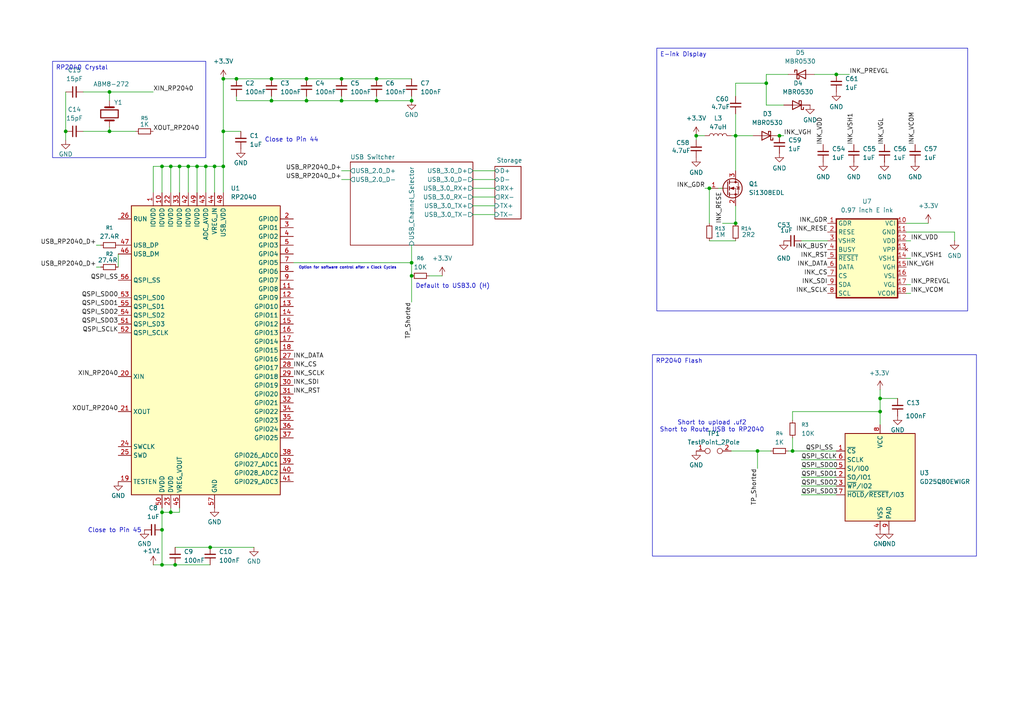
<source format=kicad_sch>
(kicad_sch (version 20250114) (generator "eeschema") (generator_version "9.0")
  (paper "A4")
  (title_block (title "E-ink USB3.0 Stick"))
  (lib_symbols
    (symbol "Connector:TestPoint_2Pole" (pin_names (offset 0.762) (hide yes))
      (property "Reference" "TP" (at 0 1.524 0))
      (property "Value" "TestPoint_2Pole" (at 0 -1.778 0))
      (symbol "TestPoint_2Pole_0_1"
        (circle (center -1.778 0) (radius 0.762))
        (circle (center 1.778 0) (radius 0.762))
        (pin passive line (at -5.08 0 0) (length 2.54) (name "1") (number "1"))
        (pin passive line (at 5.08 0 180) (length 2.54) (name "2") (number "2"))
      )
    )
    (symbol "Device:C_Small" (pin_numbers (hide yes)) (pin_names (offset 0.254) (hide yes))
      (property "Reference" "C" (at 0.254 1.778 0))
      (property "Value" "C_Small" (at 0.254 -2.032 0))
      (symbol "C_Small_0_1"
        (polyline (pts (xy -1.524 0.508) (xy 1.524 0.508)) (stroke (width 0.3048)))
        (polyline (pts (xy -1.524 -0.508) (xy 1.524 -0.508)) (stroke (width 0.3302)))
      )
      (symbol "C_Small_1_1"
        (pin passive line (at 0 2.54 270) (length 2.032) (name "~") (number "1"))
        (pin passive line (at 0 -2.54 90) (length 2.032) (name "~") (number "2"))
      )
    )
    (symbol "Device:Crystal" (pin_numbers (hide yes)) (pin_names (offset 1.016) (hide yes))
      (property "Reference" "Y" (at 0 3.81 0))
      (property "Value" "Crystal" (at 0 -3.81 0))
      (symbol "Crystal_0_1"
        (polyline (pts (xy -2.54 0) (xy -1.905 0)))
        (polyline (pts (xy -1.905 -1.27) (xy -1.905 1.27)) (stroke (width 0.508)))
        (rectangle (start -1.143 2.54) (end 1.143 -2.54) (stroke (width 0.3048)))
        (polyline (pts (xy 1.905 -1.27) (xy 1.905 1.27)) (stroke (width 0.508)))
        (polyline (pts (xy 2.54 0) (xy 1.905 0)))
      )
      (symbol "Crystal_1_1"
        (pin passive line (at -3.81 0 0) (length 1.27) (name "1") (number "1"))
        (pin passive line (at 3.81 0 180) (length 1.27) (name "2") (number "2"))
      )
    )
    (symbol "Device:L" (pin_numbers (hide yes)) (pin_names (offset 1.016) (hide yes))
      (property "Reference" "L" (at -1.27 0 90))
      (property "Value" "L" (at 1.905 0 90))
      (symbol "L_0_1"
        (arc (start 0 2.54) (mid 0.6323 1.905) (end 0 1.27))
        (arc (start 0 1.27) (mid 0.6323 0.635) (end 0 0))
        (arc (start 0 0) (mid 0.6323 -0.635) (end 0 -1.27))
        (arc (start 0 -1.27) (mid 0.6323 -1.905) (end 0 -2.54))
      )
      (symbol "L_1_1"
        (pin passive line (at 0 3.81 270) (length 1.27) (name "1") (number "1"))
        (pin passive line (at 0 -3.81 90) (length 1.27) (name "2") (number "2"))
      )
    )
    (symbol "Device:R_Small" (pin_numbers (hide yes)) (pin_names (offset 0.254) (hide yes))
      (property "Reference" "R" (at 0 0 90))
      (property "Value" "R_Small" (at 1.778 0 90))
      (symbol "R_Small_0_1"
        (rectangle (start -0.762 1.778) (end 0.762 -1.778) (stroke (width 0.2032)))
      )
      (symbol "R_Small_1_1"
        (pin passive line (at 0 2.54 270) (length 0.762) (name "~") (number "1"))
        (pin passive line (at 0 -2.54 90) (length 0.762) (name "~") (number "2"))
      )
    )
    (symbol "Diode:MBR0530" (pin_numbers (hide yes)) (pin_names (offset 1.016) (hide yes))
      (property "Reference" "D" (at 0 2.54 0))
      (property "Value" "MBR0530" (at 0 -2.54 0))
      (symbol "MBR0530_0_1"
        (polyline (pts (xy -1.905 0.635) (xy -1.905 1.27) (xy -1.27 1.27) (xy -1.27 -1.27) (xy -0.635 -1.27) (xy -0.635 -0.635)) (stroke (width 0.254)))
        (polyline (pts (xy 1.27 1.27) (xy 1.27 -1.27) (xy -1.27 0) (xy 1.27 1.27)) (stroke (width 0.254)))
        (polyline (pts (xy 1.27 0) (xy -1.27 0)))
      )
      (symbol "MBR0530_1_1"
        (pin passive line (at -3.81 0 0) (length 2.54) (name "K") (number "1"))
        (pin passive line (at 3.81 0 180) (length 2.54) (name "A") (number "2"))
      )
    )
    (symbol "E-ink_USB:GDEM0097T61"
      (property "Reference" "U" (at -14.732 10.922 0))
      (property "Value" "0.97 inch E ink" (at -14.478 9.398 0))
      (symbol "GDEM0097T61_0_0"
        (rectangle (start -22.86 7.62) (end -5.08 -15.24) (stroke (width 0.41)) (fill (type background)))
      )
      (symbol "GDEM0097T61_1_1"
        (pin input line (at -25.4 6.35 0) (length 2.54) (name "GDR") (number "1"))
        (pin output line (at -25.4 3.81 0) (length 2.54) (name "RESE") (number "2"))
        (pin passive line (at -25.4 1.27 0) (length 2.54) (name "VSHR") (number "3"))
        (pin input line (at -25.4 -1.27 0) (length 2.54) (name "BUSY") (number "4"))
        (pin output line (at -25.4 -3.81 0) (length 2.54) (name "~{RESET}") (number "5"))
        (pin output line (at -25.4 -6.35 0) (length 2.54) (name "DATA") (number "6"))
        (pin output line (at -25.4 -8.89 0) (length 2.54) (name "CS") (number "7"))
        (pin bidirectional line (at -25.4 -11.43 0) (length 2.54) (name "SDA") (number "9"))
        (pin output line (at -25.4 -13.97 0) (length 2.54) (name "SCL") (number "8"))
        (pin power_in line (at -2.54 6.35 180) (length 2.54) (name "VCI") (number "10"))
        (pin power_in line (at -2.54 3.81 180) (length 2.54) (name "GND") (number "11"))
        (pin passive line (at -2.54 1.27 180) (length 2.54) (name "VDD") (number "12"))
        (pin no_connect line (at -2.54 -1.27 180) (length 2.54) (name "VPP") (number "13"))
        (pin power_in line (at -2.54 -3.81 180) (length 2.54) (name "VSH1") (number "14"))
        (pin power_in line (at -2.54 -6.35 180) (length 2.54) (name "VGH") (number "15"))
        (pin power_in line (at -2.54 -8.89 180) (length 2.54) (name "VSL") (number "16"))
        (pin power_in line (at -2.54 -11.43 180) (length 2.54) (name "VGL") (number "17"))
        (pin power_in line (at -2.54 -13.97 180) (length 2.54) (name "VCOM") (number "18"))
      )
    )
    (symbol "MCU_RaspberryPi:RP2040_AP"
      (property "Reference" "U" (at 12.446 43.18 0))
      (property "Value" "RP2040_AP" (at 14.224 45.466 0))
      (symbol "RP2040_AP_0_1"
        (rectangle (start -21.59 41.91) (end 21.59 -41.91) (stroke (width 0.254)) (fill (type background)))
      )
      (symbol "RP2040_AP_1_1"
        (pin input line (at -25.4 38.1 0) (length 3.81) (name "RUN") (number "26"))
        (pin bidirectional line (at -25.4 30.48 0) (length 3.81) (name "USB_DP") (number "47"))
        (pin bidirectional line (at -25.4 27.94 0) (length 3.81) (name "USB_DM") (number "46"))
        (pin bidirectional line (at -25.4 20.32 0) (length 3.81) (name "QSPI_SS") (number "56"))
        (pin bidirectional line (at -25.4 15.24 0) (length 3.81) (name "QSPI_SD0") (number "53"))
        (pin bidirectional line (at -25.4 12.7 0) (length 3.81) (name "QSPI_SD1") (number "55"))
        (pin bidirectional line (at -25.4 10.16 0) (length 3.81) (name "QSPI_SD2") (number "54"))
        (pin bidirectional line (at -25.4 7.62 0) (length 3.81) (name "QSPI_SD3") (number "51"))
        (pin output line (at -25.4 5.08 0) (length 3.81) (name "QSPI_SCLK") (number "52"))
        (pin input line (at -25.4 -7.62 0) (length 3.81) (name "XIN") (number "20"))
        (pin passive line (at -25.4 -17.78 0) (length 3.81) (name "XOUT") (number "21"))
        (pin input line (at -25.4 -27.94 0) (length 3.81) (name "SWCLK") (number "24"))
        (pin bidirectional line (at -25.4 -30.48 0) (length 3.81) (name "SWD") (number "25"))
        (pin input line (at -25.4 -38.1 0) (length 3.81) (name "TESTEN") (number "19"))
        (pin power_in line (at -15.24 45.72 270) (length 3.81) (name "IOVDD") (number "1"))
        (pin passive line (at -12.7 45.72 270) (length 3.81) (name "IOVDD") (number "10"))
        (pin passive line (at -12.7 -45.72 90) (length 3.81) (name "DVDD") (number "50"))
        (pin passive line (at -10.16 45.72 270) (length 3.81) (name "IOVDD") (number "22"))
        (pin power_in line (at -10.16 -45.72 90) (length 3.81) (name "DVDD") (number "23"))
        (pin passive line (at -7.62 45.72 270) (length 3.81) (name "IOVDD") (number "33"))
        (pin power_out line (at -7.62 -45.72 90) (length 3.81) (name "VREG_VOUT") (number "45"))
        (pin passive line (at -5.08 45.72 270) (length 3.81) (name "IOVDD") (number "42"))
        (pin passive line (at -2.54 45.72 270) (length 3.81) (name "IOVDD") (number "49"))
        (pin power_in line (at 0 45.72 270) (length 3.81) (name "ADC_AVDD") (number "43"))
        (pin power_in line (at 2.54 45.72 270) (length 3.81) (name "VREG_IN") (number "44"))
        (pin power_in line (at 2.54 -45.72 90) (length 3.81) (name "GND") (number "57"))
        (pin power_in line (at 5.08 45.72 270) (length 3.81) (name "USB_VDD") (number "48"))
        (pin bidirectional line (at 25.4 38.1 180) (length 3.81) (name "GPIO0") (number "2"))
        (pin bidirectional line (at 25.4 35.56 180) (length 3.81) (name "GPIO1") (number "3"))
        (pin bidirectional line (at 25.4 33.02 180) (length 3.81) (name "GPIO2") (number "4"))
        (pin bidirectional line (at 25.4 30.48 180) (length 3.81) (name "GPIO3") (number "5"))
        (pin bidirectional line (at 25.4 27.94 180) (length 3.81) (name "GPIO4") (number "6"))
        (pin bidirectional line (at 25.4 25.4 180) (length 3.81) (name "GPIO5") (number "7"))
        (pin bidirectional line (at 25.4 22.86 180) (length 3.81) (name "GPIO6") (number "8"))
        (pin bidirectional line (at 25.4 20.32 180) (length 3.81) (name "GPIO7") (number "9"))
        (pin bidirectional line (at 25.4 17.78 180) (length 3.81) (name "GPIO8") (number "11"))
        (pin bidirectional line (at 25.4 15.24 180) (length 3.81) (name "GPIO9") (number "12"))
        (pin bidirectional line (at 25.4 12.7 180) (length 3.81) (name "GPIO10") (number "13"))
        (pin bidirectional line (at 25.4 10.16 180) (length 3.81) (name "GPIO11") (number "14"))
        (pin bidirectional line (at 25.4 7.62 180) (length 3.81) (name "GPIO12") (number "15"))
        (pin bidirectional line (at 25.4 5.08 180) (length 3.81) (name "GPIO13") (number "16"))
        (pin bidirectional line (at 25.4 2.54 180) (length 3.81) (name "GPIO14") (number "17"))
        (pin bidirectional line (at 25.4 0 180) (length 3.81) (name "GPIO15") (number "18"))
        (pin bidirectional line (at 25.4 -2.54 180) (length 3.81) (name "GPIO16") (number "27"))
        (pin bidirectional line (at 25.4 -5.08 180) (length 3.81) (name "GPIO17") (number "28"))
        (pin bidirectional line (at 25.4 -7.62 180) (length 3.81) (name "GPIO18") (number "29"))
        (pin bidirectional line (at 25.4 -10.16 180) (length 3.81) (name "GPIO19") (number "30"))
        (pin bidirectional line (at 25.4 -12.7 180) (length 3.81) (name "GPIO20") (number "31"))
        (pin bidirectional line (at 25.4 -15.24 180) (length 3.81) (name "GPIO21") (number "32"))
        (pin bidirectional line (at 25.4 -17.78 180) (length 3.81) (name "GPIO22") (number "34"))
        (pin bidirectional line (at 25.4 -20.32 180) (length 3.81) (name "GPIO23") (number "35"))
        (pin bidirectional line (at 25.4 -22.86 180) (length 3.81) (name "GPIO24") (number "36"))
        (pin bidirectional line (at 25.4 -25.4 180) (length 3.81) (name "GPIO25") (number "37"))
        (pin bidirectional line (at 25.4 -30.48 180) (length 3.81) (name "GPIO26_ADC0") (number "38"))
        (pin bidirectional line (at 25.4 -33.02 180) (length 3.81) (name "GPIO27_ADC1") (number "39"))
        (pin bidirectional line (at 25.4 -35.56 180) (length 3.81) (name "GPIO28_ADC2") (number "40"))
        (pin bidirectional line (at 25.4 -38.1 180) (length 3.81) (name "GPIO29_ADC3") (number "41"))
      )
    )
    (symbol "Memory_Flash:GD25QxxxEY"
      (property "Reference" "U" (at -9.398 13.97 0))
      (property "Value" "GD25QxxxEY" (at 7.112 13.97 0))
      (symbol "GD25QxxxEY_0_1"
        (rectangle (start -10.16 12.7) (end 10.16 -12.7) (stroke (width 0.254)) (fill (type background)))
      )
      (symbol "GD25QxxxEY_1_1"
        (pin input line (at -12.7 7.62 0) (length 2.54) (name "~{CS}") (number "1"))
        (pin input line (at -12.7 5.08 0) (length 2.54) (name "SCLK") (number "6"))
        (pin bidirectional line (at -12.7 2.54 0) (length 2.54) (name "SI/IO0") (number "5"))
        (pin bidirectional line (at -12.7 0 0) (length 2.54) (name "SO/IO1") (number "2"))
        (pin bidirectional line (at -12.7 -2.54 0) (length 2.54) (name "~{WP}/IO2") (number "3"))
        (pin bidirectional line (at -12.7 -5.08 0) (length 2.54) (name "~{HOLD}/~{RESET}/IO3") (number "7"))
        (pin power_in line (at 0 15.24 270) (length 2.54) (name "VCC") (number "8"))
        (pin power_in line (at 0 -15.24 90) (length 2.54) (name "VSS") (number "4"))
        (pin passive line (at 2.54 -15.24 90) (length 2.54) (name "PAD") (number "9"))
      )
    )
    (symbol "Transistor_FET:Si1308EDL" (pin_names (hide yes))
      (property "Reference" "Q" (at 5.08 1.905 0))
      (property "Value" "Si1308EDL" (at 5.08 0 0))
      (symbol "Si1308EDL_0_1"
        (polyline (pts (xy 0.254 1.905) (xy 0.254 -1.905)) (stroke (width 0.254)))
        (polyline (pts (xy 0.254 0) (xy -2.54 0)))
        (polyline (pts (xy 0.762 2.286) (xy 0.762 1.27)) (stroke (width 0.254)))
        (polyline (pts (xy 0.762 0.508) (xy 0.762 -0.508)) (stroke (width 0.254)))
        (polyline (pts (xy 0.762 -1.27) (xy 0.762 -2.286)) (stroke (width 0.254)))
        (polyline (pts (xy 0.762 -1.778) (xy 3.302 -1.778) (xy 3.302 1.778) (xy 0.762 1.778)))
        (polyline (pts (xy 1.016 0) (xy 2.032 0.381) (xy 2.032 -0.381) (xy 1.016 0)) (fill (type outline)))
        (circle (center 1.651 0) (radius 2.794) (stroke (width 0.254)))
        (polyline (pts (xy 2.54 2.54) (xy 2.54 1.778)))
        (circle (center 2.54 1.778) (radius 0.254) (fill (type outline)))
        (circle (center 2.54 -1.778) (radius 0.254) (fill (type outline)))
        (polyline (pts (xy 2.54 -2.54) (xy 2.54 0) (xy 0.762 0)))
        (polyline (pts (xy 2.794 0.508) (xy 2.921 0.381) (xy 3.683 0.381) (xy 3.81 0.254)))
        (polyline (pts (xy 3.302 0.381) (xy 2.921 -0.254) (xy 3.683 -0.254) (xy 3.302 0.381)))
      )
      (symbol "Si1308EDL_1_1"
        (pin input line (at -5.08 0 0) (length 2.54) (name "G") (number "1"))
        (pin passive line (at 2.54 5.08 270) (length 2.54) (name "D") (number "3"))
        (pin passive line (at 2.54 -5.08 90) (length 2.54) (name "S") (number "2"))
      )
    )
    (symbol "power:+1V1" (power) (pin_numbers (hide yes)) (pin_names (offset 0) (hide yes))
      (property "Value" "+1V1" (at 0 3.556 0))
      (symbol "+1V1_0_1"
        (polyline (pts (xy -0.762 1.27) (xy 0 2.54)))
        (polyline (pts (xy 0 2.54) (xy 0.762 1.27)))
        (polyline (pts (xy 0 0) (xy 0 2.54)))
      )
      (symbol "+1V1_1_1"
        (pin power_in line (at 0 0 90) (length 0) (name "~") (number "1"))
      )
    )
    (symbol "power:+3.3V" (power) (pin_numbers (hide yes)) (pin_names (offset 0) (hide yes))
      (property "Value" "+3.3V" (at 0 3.556 0))
      (symbol "+3.3V_0_1"
        (polyline (pts (xy -0.762 1.27) (xy 0 2.54)))
        (polyline (pts (xy 0 2.54) (xy 0.762 1.27)))
        (polyline (pts (xy 0 0) (xy 0 2.54)))
      )
      (symbol "+3.3V_1_1"
        (pin power_in line (at 0 0 90) (length 0) (name "~") (number "1"))
      )
    )
    (symbol "power:GND" (power) (pin_numbers (hide yes)) (pin_names (offset 0) (hide yes))
      (property "Value" "GND" (at 0 -3.81 0))
      (symbol "GND_0_1"
        (polyline (pts (xy 0 0) (xy 0 -1.27) (xy 1.27 -1.27) (xy 0 -2.54) (xy -1.27 -1.27) (xy 0 -1.27)))
      )
      (symbol "GND_1_1"
        (pin power_in line (at 0 0 270) (length 0) (name "~") (number "1"))
      )
    )
  )
  (text "Short to upload .uf2\nShort to Route USB to RP2040\n" (at 206.502 123.698 0) (effects (font (size 1.27 1.27))))
  (text "Default to USB3.0 (H)\n" (at 131.318 83.058 0) (effects (font (size 1.27 1.27))))
  (text "Option for software control after x Clock Cycles" (at 100.838 77.724 0) (effects (font (size 0.762 0.762))))
  (text "Close to Pin 44\n" (at 84.582 40.64 0) (effects (font (size 1.27 1.27))))
  (text "Close to Pin 45\n" (at 33.274 153.924 0) (effects (font (size 1.27 1.27))))
  (text_box "RP2040 Crystal" (at 15.24 17.78 0) (size 44.45 27.94) (margins 0.9525 0.9525 0.9525 0.9525) (effects (font (size 1.27 1.27)) (justify left top)))
  (text_box "E-ink Display" (at 190.5 13.97 0) (size 90.17 76.2) (margins 0.9525 0.9525 0.9525 0.9525) (effects (font (size 1.27 1.27)) (justify left top)))
  (text_box "RP2040 Flash\n" (at 189.23 102.87 0) (size 93.98 58.42) (margins 0.9525 0.9525 0.9525 0.9525) (effects (font (size 1.27 1.27)) (justify left top)))
  (junction (at 205.74 54.61))
  (junction (at 219.71 130.81))
  (junction (at 68.58 22.86))
  (junction (at 99.06 22.86))
  (junction (at 242.57 21.59))
  (junction (at 50.8 163.83))
  (junction (at 64.77 48.26))
  (junction (at 62.23 48.26))
  (junction (at 31.75 26.67))
  (junction (at 52.07 48.26))
  (junction (at 109.22 29.21))
  (junction (at 78.74 22.86))
  (junction (at 213.36 39.37))
  (junction (at 109.22 22.86))
  (junction (at 46.99 148.59))
  (junction (at 201.93 39.37))
  (junction (at 88.9 29.21))
  (junction (at 54.61 48.26))
  (junction (at 46.99 48.26))
  (junction (at 49.53 148.59))
  (junction (at 255.27 119.38))
  (junction (at 46.99 163.83))
  (junction (at 60.96 158.75))
  (junction (at 57.15 48.26))
  (junction (at 255.27 115.57))
  (junction (at 226.06 39.37))
  (junction (at 19.05 38.1))
  (junction (at 49.53 48.26))
  (junction (at 59.69 48.26))
  (junction (at 222.25 24.13))
  (junction (at 88.9 22.86))
  (junction (at 119.38 29.21))
  (junction (at 119.38 76.2))
  (junction (at 64.77 38.1))
  (junction (at 229.87 130.81))
  (junction (at 213.36 64.77))
  (junction (at 99.06 29.21))
  (junction (at 46.99 153.67))
  (junction (at 78.74 29.21))
  (junction (at 31.75 38.1))
  (junction (at 64.77 22.86))
  (junction (at 119.38 80.01))
  (wire (pts (xy 119.38 76.2) (xy 119.38 80.01)))
  (wire (pts (xy 46.99 147.32) (xy 46.99 148.59)))
  (wire (pts (xy 44.45 48.26) (xy 46.99 48.26)))
  (wire (pts (xy 64.77 22.86) (xy 64.77 38.1)))
  (wire (pts (xy 24.13 26.67) (xy 31.75 26.67)))
  (wire (pts (xy 228.6 21.59) (xy 222.25 21.59)))
  (wire (pts (xy 119.38 80.01) (xy 119.38 87.63)))
  (wire (pts (xy 262.89 67.31) (xy 276.86 67.31)))
  (wire (pts (xy 227.33 39.37) (xy 226.06 39.37)))
  (wire (pts (xy 78.74 29.21) (xy 78.74 27.94)))
  (wire (pts (xy 232.41 135.89) (xy 242.57 135.89)))
  (wire (pts (xy 99.06 29.21) (xy 88.9 29.21)))
  (wire (pts (xy 52.07 48.26) (xy 54.61 48.26)))
  (wire (pts (xy 64.77 48.26) (xy 64.77 55.88)))
  (wire (pts (xy 88.9 29.21) (xy 78.74 29.21)))
  (wire (pts (xy 44.45 55.88) (xy 44.45 48.26)))
  (wire (pts (xy 49.53 48.26) (xy 49.53 55.88)))
  (wire (pts (xy 219.71 130.81) (xy 223.52 130.81)))
  (wire (pts (xy 31.75 36.83) (xy 31.75 38.1)))
  (wire (pts (xy 24.13 38.1) (xy 31.75 38.1)))
  (wire (pts (xy 99.06 52.07) (xy 101.6 52.07)))
  (wire (pts (xy 276.86 67.31) (xy 276.86 69.85)))
  (wire (pts (xy 242.57 21.59) (xy 246.38 21.59)))
  (wire (pts (xy 46.99 163.83) (xy 50.8 163.83)))
  (wire (pts (xy 46.99 148.59) (xy 49.53 148.59)))
  (wire (pts (xy 219.71 130.81) (xy 219.71 135.89)))
  (wire (pts (xy 46.99 48.26) (xy 49.53 48.26)))
  (wire (pts (xy 78.74 29.21) (xy 68.58 29.21)))
  (wire (pts (xy 52.07 148.59) (xy 49.53 148.59)))
  (wire (pts (xy 255.27 115.57) (xy 255.27 119.38)))
  (wire (pts (xy 137.16 54.61) (xy 143.51 54.61)))
  (wire (pts (xy 50.8 158.75) (xy 60.96 158.75)))
  (wire (pts (xy 213.36 33.02) (xy 213.36 39.37)))
  (wire (pts (xy 109.22 29.21) (xy 109.22 27.94)))
  (wire (pts (xy 31.75 26.67) (xy 44.45 26.67)))
  (wire (pts (xy 44.45 163.83) (xy 46.99 163.83)))
  (wire (pts (xy 46.99 48.26) (xy 46.99 55.88)))
  (wire (pts (xy 229.87 130.81) (xy 242.57 130.81)))
  (wire (pts (xy 212.09 130.81) (xy 219.71 130.81)))
  (wire (pts (xy 205.74 69.85) (xy 213.36 69.85)))
  (wire (pts (xy 137.16 62.23) (xy 143.51 62.23)))
  (wire (pts (xy 34.29 73.66) (xy 34.29 77.47)))
  (wire (pts (xy 46.99 153.67) (xy 46.99 163.83)))
  (wire (pts (xy 31.75 26.67) (xy 31.75 29.21)))
  (wire (pts (xy 137.16 57.15) (xy 143.51 57.15)))
  (wire (pts (xy 119.38 71.12) (xy 119.38 76.2)))
  (wire (pts (xy 222.25 30.48) (xy 227.33 30.48)))
  (wire (pts (xy 137.16 49.53) (xy 143.51 49.53)))
  (wire (pts (xy 232.41 133.35) (xy 242.57 133.35)))
  (wire (pts (xy 49.53 148.59) (xy 49.53 147.32)))
  (wire (pts (xy 64.77 22.86) (xy 68.58 22.86)))
  (wire (pts (xy 99.06 29.21) (xy 99.06 27.94)))
  (wire (pts (xy 54.61 48.26) (xy 57.15 48.26)))
  (wire (pts (xy 52.07 48.26) (xy 52.07 55.88)))
  (wire (pts (xy 204.47 54.61) (xy 205.74 54.61)))
  (wire (pts (xy 269.24 64.77) (xy 262.89 64.77)))
  (wire (pts (xy 205.74 54.61) (xy 209.55 54.61)))
  (wire (pts (xy 213.36 27.94) (xy 213.36 24.13)))
  (wire (pts (xy 137.16 59.69) (xy 143.51 59.69)))
  (wire (pts (xy 50.8 163.83) (xy 60.96 163.83)))
  (wire (pts (xy 232.41 140.97) (xy 242.57 140.97)))
  (wire (pts (xy 19.05 40.64) (xy 19.05 38.1)))
  (wire (pts (xy 205.74 64.77) (xy 205.74 54.61)))
  (wire (pts (xy 236.22 21.59) (xy 242.57 21.59)))
  (wire (pts (xy 46.99 148.59) (xy 46.99 153.67)))
  (wire (pts (xy 62.23 48.26) (xy 62.23 55.88)))
  (wire (pts (xy 57.15 48.26) (xy 59.69 48.26)))
  (wire (pts (xy 85.09 76.2) (xy 119.38 76.2)))
  (wire (pts (xy 213.36 24.13) (xy 222.25 24.13)))
  (wire (pts (xy 64.77 38.1) (xy 64.77 48.26)))
  (wire (pts (xy 68.58 29.21) (xy 68.58 27.94)))
  (wire (pts (xy 119.38 29.21) (xy 109.22 29.21)))
  (wire (pts (xy 62.23 48.26) (xy 64.77 48.26)))
  (wire (pts (xy 255.27 119.38) (xy 255.27 123.19)))
  (wire (pts (xy 201.93 40.64) (xy 201.93 39.37)))
  (wire (pts (xy 264.16 74.93) (xy 262.89 74.93)))
  (wire (pts (xy 88.9 22.86) (xy 99.06 22.86)))
  (wire (pts (xy 88.9 29.21) (xy 88.9 27.94)))
  (wire (pts (xy 119.38 29.21) (xy 119.38 27.94)))
  (wire (pts (xy 264.16 82.55) (xy 262.89 82.55)))
  (wire (pts (xy 49.53 48.26) (xy 52.07 48.26)))
  (wire (pts (xy 232.41 138.43) (xy 242.57 138.43)))
  (wire (pts (xy 213.36 39.37) (xy 218.44 39.37)))
  (wire (pts (xy 137.16 52.07) (xy 143.51 52.07)))
  (wire (pts (xy 264.16 69.85) (xy 262.89 69.85)))
  (wire (pts (xy 109.22 22.86) (xy 119.38 22.86)))
  (wire (pts (xy 68.58 22.86) (xy 78.74 22.86)))
  (wire (pts (xy 19.05 26.67) (xy 19.05 38.1)))
  (wire (pts (xy 264.16 85.09) (xy 262.89 85.09)))
  (wire (pts (xy 222.25 21.59) (xy 222.25 24.13)))
  (wire (pts (xy 69.85 38.1) (xy 64.77 38.1)))
  (wire (pts (xy 99.06 49.53) (xy 101.6 49.53)))
  (wire (pts (xy 59.69 48.26) (xy 59.69 55.88)))
  (wire (pts (xy 255.27 113.03) (xy 255.27 115.57)))
  (wire (pts (xy 128.27 80.01) (xy 124.46 80.01)))
  (wire (pts (xy 229.87 119.38) (xy 255.27 119.38)))
  (wire (pts (xy 213.36 59.69) (xy 213.36 64.77)))
  (wire (pts (xy 57.15 48.26) (xy 57.15 55.88)))
  (wire (pts (xy 31.75 38.1) (xy 39.37 38.1)))
  (wire (pts (xy 59.69 48.26) (xy 62.23 48.26)))
  (wire (pts (xy 99.06 22.86) (xy 109.22 22.86)))
  (wire (pts (xy 209.55 64.77) (xy 213.36 64.77)))
  (wire (pts (xy 78.74 22.86) (xy 88.9 22.86)))
  (wire (pts (xy 213.36 39.37) (xy 213.36 49.53)))
  (wire (pts (xy 27.94 71.12) (xy 29.21 71.12)))
  (wire (pts (xy 212.09 39.37) (xy 213.36 39.37)))
  (wire (pts (xy 229.87 121.92) (xy 229.87 119.38)))
  (wire (pts (xy 54.61 48.26) (xy 54.61 55.88)))
  (wire (pts (xy 27.94 77.47) (xy 29.21 77.47)))
  (wire (pts (xy 232.41 69.85) (xy 240.03 69.85)))
  (wire (pts (xy 232.41 143.51) (xy 242.57 143.51)))
  (wire (pts (xy 109.22 29.21) (xy 99.06 29.21)))
  (wire (pts (xy 222.25 24.13) (xy 222.25 30.48)))
  (wire (pts (xy 255.27 115.57) (xy 260.35 115.57)))
  (wire (pts (xy 52.07 147.32) (xy 52.07 148.59)))
  (wire (pts (xy 204.47 39.37) (xy 201.93 39.37)))
  (wire (pts (xy 229.87 127) (xy 229.87 130.81)))
  (wire (pts (xy 60.96 158.75) (xy 73.66 158.75)))
  (wire (pts (xy 228.6 130.81) (xy 229.87 130.81)))
  (label "INK_VCOM" (at 265.43 41.91 90))
  (label "USB_RP2040_D+" (at 27.94 71.12 180))
  (label "INK_GDR" (at 240.03 64.77 180))
  (label "TP_Shorted" (at 119.38 87.63 270))
  (label "USB_RP2040_D+" (at 99.06 52.07 180))
  (label "QSPI_SDO2" (at 232.41 140.97 0))
  (label "QSPI_SDO1" (at 232.41 138.43 0))
  (label "INK_GDR" (at 204.47 54.61 180))
  (label "QSPI_SDO0" (at 232.41 135.89 0))
  (label "QSPI_SS" (at 34.29 81.28 180))
  (label "QSPI_SCLK" (at 232.41 133.35 0))
  (label "QSPI_SCLK" (at 34.29 96.52 180))
  (label "INK_SDI" (at 85.09 111.76 0))
  (label "INK_VCOM" (at 264.16 85.09 0))
  (label "INK_DATA" (at 240.03 77.47 180))
  (label "USB_RP2040_D+" (at 99.06 49.53 180))
  (label "INK_RST" (at 240.03 74.93 180))
  (label "INK_VDD" (at 264.16 69.85 0))
  (label "INK_RESE" (at 209.55 64.77 90))
  (label "INK_RST" (at 85.09 114.3 0))
  (label "INK_VGL" (at 256.54 41.91 90))
  (label "INK_CS" (at 240.03 80.01 180))
  (label "INK_CS" (at 85.09 106.68 0))
  (label "INK_SCLK" (at 240.03 85.09 180))
  (label "QSPI_SDO3" (at 232.41 143.51 0))
  (label "INK_RESE" (at 240.03 67.31 180))
  (label "QSPI_SDO2" (at 34.29 91.44 180))
  (label "USB_RP2040_D+" (at 27.94 77.47 180))
  (label "INK_PREVGL" (at 246.38 21.59 0))
  (label "XIN_RP2040" (at 44.45 26.67 0))
  (label "INK_VGH" (at 262.89 77.47 0))
  (label "XIN_RP2040" (at 34.29 109.22 180))
  (label "INK_VGH" (at 227.33 39.37 0))
  (label "INK_VSH1" (at 247.65 41.91 90))
  (label "QSPI_SS" (at 233.68 130.81 0))
  (label "XOUT_RP2040" (at 34.29 119.38 180))
  (label "TP_Shorted" (at 219.71 135.89 270))
  (label "QSPI_SDO0" (at 34.29 86.36 180))
  (label "INK_VDD" (at 238.76 41.91 90))
  (label "INK_VSH1" (at 264.16 74.93 0))
  (label "INK_PREVGL" (at 264.16 82.55 0))
  (label "XOUT_RP2040" (at 44.45 38.1 0))
  (label "QSPI_SDO3" (at 34.29 93.98 180))
  (label "QSPI_SDO1" (at 34.29 88.9 180))
  (label "INK_BUSY" (at 240.03 72.39 180))
  (label "INK_SDI" (at 240.03 82.55 180))
  (label "INK_DATA" (at 85.09 104.14 0))
  (label "INK_SCLK" (at 85.09 109.22 0))
  (symbol (lib_id "power:+3.3V") (at 201.93 39.37 0) (unit 1)
    (property "Reference" "#PWR072" (effects (hide yes)))
    (property "Value" "+3.3V" (at 201.93 34.29 0))
    (property "Description" "Power symbol creates a global label with name \"+3.3V\"" (effects (hide yes)))
  )
  (symbol (lib_id "Device:C_Small") (at 119.38 25.4 180) (unit 1)
    (property "Reference" "C7" (at 121.92 24.1235 0) (effects (justify right)))
    (property "Value" "100nF" (at 121.92 26.6635 0) (effects (justify right)))
    (property "Description" "Unpolarized capacitor, small symbol" (effects (hide yes)))
  )
  (symbol (lib_id "power:+1V1") (at 44.45 163.83 0) (unit 1)
    (property "Reference" "#PWR05" (effects (hide yes)))
    (property "Value" "+1V1" (at 43.942 159.766 0))
    (property "Description" "Power symbol creates a global label with name \"+1V1\"" (effects (hide yes)))
  )
  (symbol (lib_id "Device:R_Small") (at 226.06 130.81 270) (unit 1)
    (property "Reference" "R4" (at 226.06 125.73 90) (effects (font (size 1.016 1.016))))
    (property "Value" "1K" (at 226.06 128.27 90))
    (property "Description" "Resistor, small symbol" (effects (hide yes)))
  )
  (symbol (lib_id "Device:C_Small") (at 247.65 44.45 180) (unit 1)
    (property "Reference" "C55" (at 250.19 43.1735 0) (effects (justify right)))
    (property "Value" "1uF" (at 250.19 45.7135 0) (effects (justify right)))
    (property "Description" "Unpolarized capacitor, small symbol" (effects (hide yes)))
  )
  (symbol (lib_id "Device:L") (at 208.28 39.37 90) (unit 1)
    (property "Reference" "L3" (at 208.28 34.29 90))
    (property "Value" "47uH" (at 208.28 36.83 90))
    (property "Description" "Inductor" (effects (hide yes)))
  )
  (symbol (lib_id "Device:C_Small") (at 213.36 30.48 180) (unit 1)
    (property "Reference" "C60" (at 207.518 28.702 0) (effects (justify right)))
    (property "Value" "4.7uF" (at 206.248 30.988 0) (effects (justify right)))
    (property "Description" "Unpolarized capacitor, small symbol" (effects (hide yes)))
  )
  (symbol (lib_id "Connector:TestPoint_2Pole") (at 207.01 130.81 0) (unit 1)
    (property "Reference" "TP1" (at 207.01 125.73 0))
    (property "Value" "TestPoint_2Pole" (at 207.01 128.27 0))
    (property "Description" "2-polar test point" (effects (hide yes)))
  )
  (symbol (lib_id "Device:R_Small") (at 31.75 77.47 90) (unit 1)
    (property "Reference" "R2" (at 31.75 73.66 90) (effects (font (size 1.016 1.016))))
    (property "Value" "27.4R" (at 31.242 75.438 90))
    (property "Description" "Resistor, small symbol" (effects (hide yes)))
  )
  (symbol (lib_id "Device:R_Small") (at 31.75 71.12 90) (unit 1)
    (property "Reference" "R1" (at 31.75 66.04 90) (effects (font (size 1.016 1.016))))
    (property "Value" "27.4R" (at 31.75 68.58 90))
    (property "Description" "Resistor, small symbol" (effects (hide yes)))
  )
  (symbol (lib_id "power:GND") (at 238.76 46.99 0) (unit 1)
    (property "Reference" "#PWR067" (effects (hide yes)))
    (property "Value" "GND" (at 238.76 51.308 0))
    (property "Description" "Power symbol creates a global label with name \"GND\" , ground" (effects (hide yes)))
  )
  (symbol (lib_id "power:GND") (at 242.57 26.67 0) (unit 1)
    (property "Reference" "#PWR076" (effects (hide yes)))
    (property "Value" "GND" (at 242.57 30.988 0))
    (property "Description" "Power symbol creates a global label with name \"GND\" , ground" (effects (hide yes)))
  )
  (symbol (lib_id "MCU_RaspberryPi:RP2040_AP") (at 59.69 101.6 0) (unit 1)
    (property "Reference" "U1" (at 66.9133 54.61 0) (effects (justify left)))
    (property "Value" "RP2040" (at 66.9133 57.15 0) (effects (justify left)))
    (property "Datasheet" "https://datasheets.raspberrypi.com/rp2040/rp2040-datasheet.pdf" (effects (hide yes)))
    (property "Description" "A microcontroller by Raspberry Pi" (effects (hide yes)))
  )
  (symbol (lib_id "Device:C_Small") (at 226.06 41.91 180) (unit 1)
    (property "Reference" "C59" (at 228.6 40.6335 0) (effects (justify right)))
    (property "Value" "1uF" (at 228.6 43.1735 0) (effects (justify right)))
    (property "Description" "Unpolarized capacitor, small symbol" (effects (hide yes)))
  )
  (symbol (lib_id "power:GND") (at 260.35 120.65 0) (unit 1)
    (property "Reference" "#PWR015" (effects (hide yes)))
    (property "Value" "GND" (at 260.35 124.714 0))
    (property "Description" "Power symbol creates a global label with name \"GND\" , ground" (effects (hide yes)))
  )
  (symbol (lib_id "Device:C_Small") (at 109.22 25.4 180) (unit 1)
    (property "Reference" "C6" (at 111.76 24.1235 0) (effects (justify right)))
    (property "Value" "100nF" (at 111.76 26.6635 0) (effects (justify right)))
    (property "Description" "Unpolarized capacitor, small symbol" (effects (hide yes)))
  )
  (symbol (lib_id "E-ink_USB:GDEM0097T61") (at 265.43 71.12 0) (unit 1)
    (property "Reference" "U7" (at 251.46 58.42 0))
    (property "Value" "0.97 inch E ink" (at 251.46 60.96 0))
    (property "Datasheet" "https://www.good-display.com/public/html/pdfjs/viewer/viewernew.html?file=https://v4.cecdn.yun300.cn/100001_1909185148/GDEM0097T61-V1.1%20new.pdf" (effects (hide yes)))
  )
  (symbol (lib_id "Device:C_Small") (at 69.85 40.64 180) (unit 1)
    (property "Reference" "C1" (at 72.39 39.3635 0) (effects (justify right)))
    (property "Value" "1uF" (at 72.39 41.9035 0) (effects (justify right)))
    (property "Description" "Unpolarized capacitor, small symbol" (effects (hide yes)))
  )
  (symbol (lib_id "Device:C_Small") (at 78.74 25.4 180) (unit 1)
    (property "Reference" "C3" (at 81.28 24.1235 0) (effects (justify right)))
    (property "Value" "100nF" (at 81.28 26.6635 0) (effects (justify right)))
    (property "Description" "Unpolarized capacitor, small symbol" (effects (hide yes)))
  )
  (symbol (lib_id "Device:C_Small") (at 68.58 25.4 180) (unit 1)
    (property "Reference" "C2" (at 71.12 24.1235 0) (effects (justify right)))
    (property "Value" "100nF" (at 71.12 26.6635 0) (effects (justify right)))
    (property "Description" "Unpolarized capacitor, small symbol" (effects (hide yes)))
  )
  (symbol (lib_id "Device:C_Small") (at 229.87 69.85 90) (unit 1)
    (property "Reference" "C53" (at 227.33 65.278 90))
    (property "Value" "1uF" (at 228.092 66.802 90))
    (property "Description" "Unpolarized capacitor, small symbol" (effects (hide yes)))
  )
  (symbol (lib_id "Device:C_Small") (at 265.43 44.45 180) (unit 1)
    (property "Reference" "C57" (at 267.97 43.1735 0) (effects (justify right)))
    (property "Value" "1uF" (at 267.97 45.7135 0) (effects (justify right)))
    (property "Description" "Unpolarized capacitor, small symbol" (effects (hide yes)))
  )
  (symbol (lib_id "power:GND") (at 62.23 147.32 0) (unit 1)
    (property "Reference" "#PWR07" (effects (hide yes)))
    (property "Value" "GND" (at 62.23 151.384 0))
    (property "Description" "Power symbol creates a global label with name \"GND\" , ground" (effects (hide yes)))
  )
  (symbol (lib_id "Device:C_Small") (at 201.93 43.18 180) (unit 1)
    (property "Reference" "C58" (at 196.088 41.402 0) (effects (justify right)))
    (property "Value" "4.7uF" (at 194.818 43.688 0) (effects (justify right)))
    (property "Description" "Unpolarized capacitor, small symbol" (effects (hide yes)))
  )
  (symbol (lib_id "power:GND") (at 276.86 69.85 0) (unit 1)
    (property "Reference" "#PWR071" (effects (hide yes)))
    (property "Value" "GND" (at 276.86 74.168 0))
    (property "Description" "Power symbol creates a global label with name \"GND\" , ground" (effects (hide yes)))
  )
  (symbol (lib_id "Device:R_Small") (at 229.87 124.46 180) (unit 1)
    (property "Reference" "R3" (at 232.41 123.1899 0) (effects (font (size 1.016 1.016)) (justify right)))
    (property "Value" "10K" (at 232.41 125.7299 0) (effects (justify right)))
    (property "Description" "Resistor, small symbol" (effects (hide yes)))
  )
  (symbol (lib_id "power:GND") (at 69.85 43.18 0) (unit 1)
    (property "Reference" "#PWR01" (effects (hide yes)))
    (property "Value" "GND" (at 69.85 47.244 0))
    (property "Description" "Power symbol creates a global label with name \"GND\" , ground" (effects (hide yes)))
  )
  (symbol (lib_id "power:+3.3V") (at 128.27 80.01 0) (unit 1)
    (property "Reference" "#PWR023" (effects (hide yes)))
    (property "Value" "+3.3V" (at 128.27 74.93 0))
    (property "Description" "Power symbol creates a global label with name \"+3.3V\"" (effects (hide yes)))
  )
  (symbol (lib_id "Memory_Flash:GD25QxxxEY") (at 255.27 138.43 0) (unit 1)
    (property "Reference" "U3" (at 266.7 137.1599 0) (effects (justify left)))
    (property "Value" "GD25Q80EWIGR" (at 266.7 139.6999 0) (effects (justify left)))
    (property "Datasheet" "https://www.lcsc.com/datasheet/lcsc_datasheet_2201241400_GigaDevice-Semicon-Beijing-GD25Q256EYIGR_C2927043.pdf" (effects (hide yes)))
    (property "Description" "3.0V, Standard/Dual/Quad Serial Flash, WSON-8" (effects (hide yes)))
  )
  (symbol (lib_id "Diode:MBR0530") (at 231.14 30.48 180) (unit 1)
    (property "Reference" "D4" (at 231.4575 24.13 0))
    (property "Value" "MBR0530" (at 231.4575 26.67 0))
    (property "Footprint" "Diode_SMD:D_SOD-123" (effects (hide yes)))
    (property "Datasheet" "http://www.mccsemi.com/up_pdf/MBR0520~MBR0580(SOD123).pdf" (effects (hide yes)))
    (property "Description" "30V 0.5A Schottky Power Rectifier Diode, SOD-123" (effects (hide yes)))
  )
  (symbol (lib_id "power:GND") (at 201.93 45.72 0) (unit 1)
    (property "Reference" "#PWR073" (effects (hide yes)))
    (property "Value" "GND" (at 201.93 50.038 0))
    (property "Description" "Power symbol creates a global label with name \"GND\" , ground" (effects (hide yes)))
  )
  (symbol (lib_id "Device:R_Small") (at 41.91 38.1 90) (unit 1)
    (property "Reference" "R5" (at 41.91 34.29 90) (effects (font (size 1.016 1.016))))
    (property "Value" "1K" (at 41.91 36.068 90))
    (property "Description" "Resistor, small symbol" (effects (hide yes)))
  )
  (symbol (lib_id "power:GND") (at 257.81 153.67 0) (unit 1)
    (property "Reference" "#PWR018" (effects (hide yes)))
    (property "Value" "GND" (at 257.81 157.734 0))
    (property "Description" "Power symbol creates a global label with name \"GND\" , ground" (effects (hide yes)))
  )
  (symbol (lib_id "Transistor_FET:Si1308EDL") (at 210.82 54.61 0) (unit 1)
    (property "Reference" "Q1" (at 217.17 53.3399 0) (effects (justify left)))
    (property "Value" "Si1308EDL" (at 217.17 55.8799 0) (effects (justify left)))
    (property "Footprint" "Package_TO_SOT_SMD:SOT-323_SC-70" (effects (hide yes)))
    (property "Datasheet" "https://www.vishay.com/docs/63399/si1308edl.pdf" (effects (hide yes)))
    (property "Description" "30V Vds, 1.4A Id, N-Channel MOSFET, SC-70" (effects (hide yes)))
  )
  (symbol (lib_id "Device:Crystal") (at 31.75 33.02 270) (unit 1)
    (property "Reference" "Y1" (at 34.29 29.718 90))
    (property "Value" "ABM8-272" (at 32.258 24.384 90))
    (property "Description" "Two pin crystal" (effects (hide yes)))
  )
  (symbol (lib_id "Device:R_Small") (at 205.74 67.31 0) (unit 1)
    (property "Reference" "R13" (at 207.264 66.294 0) (effects (font (size 1.016 1.016)) (justify left)))
    (property "Value" "1M" (at 207.518 68.072 0) (effects (justify left)))
    (property "Description" "Resistor, small symbol" (effects (hide yes)))
  )
  (symbol (lib_id "Device:C_Small") (at 60.96 161.29 180) (unit 1)
    (property "Reference" "C10" (at 63.5 160.0135 0) (effects (justify right)))
    (property "Value" "100nF" (at 63.5 162.5535 0) (effects (justify right)))
    (property "Description" "Unpolarized capacitor, small symbol" (effects (hide yes)))
  )
  (symbol (lib_id "power:GND") (at 247.65 46.99 0) (unit 1)
    (property "Reference" "#PWR068" (effects (hide yes)))
    (property "Value" "GND" (at 247.65 51.308 0))
    (property "Description" "Power symbol creates a global label with name \"GND\" , ground" (effects (hide yes)))
  )
  (symbol (lib_id "power:GND") (at 226.06 44.45 0) (unit 1)
    (property "Reference" "#PWR074" (effects (hide yes)))
    (property "Value" "GND" (at 226.06 48.768 0))
    (property "Description" "Power symbol creates a global label with name \"GND\" , ground" (effects (hide yes)))
  )
  (symbol (lib_id "Device:R_Small") (at 121.92 80.01 90) (unit 1)
    (property "Reference" "R6" (at 121.92 74.93 90) (effects (font (size 1.016 1.016))))
    (property "Value" "10K" (at 121.92 77.47 90))
    (property "Description" "Resistor, small symbol" (effects (hide yes)))
  )
  (symbol (lib_id "power:GND") (at 201.93 130.81 0) (unit 1)
    (property "Reference" "#PWR016" (effects (hide yes)))
    (property "Value" "GND" (at 201.93 134.874 0))
    (property "Description" "Power symbol creates a global label with name \"GND\" , ground" (effects (hide yes)))
  )
  (symbol (lib_id "Device:C_Small") (at 21.59 26.67 90) (unit 1)
    (property "Reference" "C15" (at 21.5963 20.32 90))
    (property "Value" "15pF" (at 21.5963 22.86 90))
    (property "Description" "Unpolarized capacitor, small symbol" (effects (hide yes)))
  )
  (symbol (lib_id "Diode:MBR0530") (at 232.41 21.59 0) (unit 1)
    (property "Reference" "D5" (at 232.0925 15.24 0))
    (property "Value" "MBR0530" (at 232.0925 17.78 0))
    (property "Footprint" "Diode_SMD:D_SOD-123" (effects (hide yes)))
    (property "Datasheet" "http://www.mccsemi.com/up_pdf/MBR0520~MBR0580(SOD123).pdf" (effects (hide yes)))
    (property "Description" "30V 0.5A Schottky Power Rectifier Diode, SOD-123" (effects (hide yes)))
  )
  (symbol (lib_id "Diode:MBR0530") (at 222.25 39.37 180) (unit 1)
    (property "Reference" "D3" (at 222.5675 33.02 0))
    (property "Value" "MBR0530" (at 222.5675 35.56 0))
    (property "Footprint" "Diode_SMD:D_SOD-123" (effects (hide yes)))
    (property "Datasheet" "http://www.mccsemi.com/up_pdf/MBR0520~MBR0580(SOD123).pdf" (effects (hide yes)))
    (property "Description" "30V 0.5A Schottky Power Rectifier Diode, SOD-123" (effects (hide yes)))
  )
  (symbol (lib_id "power:GND") (at 119.38 29.21 0) (unit 1)
    (property "Reference" "#PWR03" (effects (hide yes)))
    (property "Value" "GND" (at 119.38 33.274 0))
    (property "Description" "Power symbol creates a global label with name \"GND\" , ground" (effects (hide yes)))
  )
  (symbol (lib_id "power:GND") (at 255.27 153.67 0) (unit 1)
    (property "Reference" "#PWR017" (effects (hide yes)))
    (property "Value" "GND" (at 255.27 157.734 0))
    (property "Description" "Power symbol creates a global label with name \"GND\" , ground" (effects (hide yes)))
  )
  (symbol (lib_id "Device:C_Small") (at 21.59 38.1 90) (unit 1)
    (property "Reference" "C14" (at 21.5963 31.75 90))
    (property "Value" "15pF" (at 21.5963 34.29 90))
    (property "Description" "Unpolarized capacitor, small symbol" (effects (hide yes)))
  )
  (symbol (lib_id "Device:C_Small") (at 242.57 24.13 180) (unit 1)
    (property "Reference" "C61" (at 245.11 22.8535 0) (effects (justify right)))
    (property "Value" "1uF" (at 245.11 25.3935 0) (effects (justify right)))
    (property "Description" "Unpolarized capacitor, small symbol" (effects (hide yes)))
  )
  (symbol (lib_id "Device:C_Small") (at 256.54 44.45 180) (unit 1)
    (property "Reference" "C56" (at 259.08 43.1735 0) (effects (justify right)))
    (property "Value" "1uF" (at 259.08 45.7135 0) (effects (justify right)))
    (property "Description" "Unpolarized capacitor, small symbol" (effects (hide yes)))
  )
  (symbol (lib_id "Device:C_Small") (at 88.9 25.4 180) (unit 1)
    (property "Reference" "C4" (at 91.44 24.1235 0) (effects (justify right)))
    (property "Value" "100nF" (at 91.44 26.6635 0) (effects (justify right)))
    (property "Description" "Unpolarized capacitor, small symbol" (effects (hide yes)))
  )
  (symbol (lib_id "power:+3.3V") (at 269.24 64.77 0) (unit 1)
    (property "Reference" "#PWR077" (effects (hide yes)))
    (property "Value" "+3.3V" (at 269.24 59.69 0))
    (property "Description" "Power symbol creates a global label with name \"+3.3V\"" (effects (hide yes)))
  )
  (symbol (lib_id "Device:C_Small") (at 50.8 161.29 180) (unit 1)
    (property "Reference" "C9" (at 53.34 160.0135 0) (effects (justify right)))
    (property "Value" "100nF" (at 53.34 162.5535 0) (effects (justify right)))
    (property "Description" "Unpolarized capacitor, small symbol" (effects (hide yes)))
  )
  (symbol (lib_id "power:GND") (at 41.91 153.67 0) (unit 1)
    (property "Reference" "#PWR04" (effects (hide yes)))
    (property "Value" "GND" (at 41.91 157.734 0))
    (property "Description" "Power symbol creates a global label with name \"GND\" , ground" (effects (hide yes)))
  )
  (symbol (lib_id "power:GND") (at 256.54 46.99 0) (unit 1)
    (property "Reference" "#PWR069" (effects (hide yes)))
    (property "Value" "GND" (at 256.54 51.308 0))
    (property "Description" "Power symbol creates a global label with name \"GND\" , ground" (effects (hide yes)))
  )
  (symbol (lib_id "Device:R_Small") (at 213.36 67.31 0) (unit 1)
    (property "Reference" "R14" (at 214.884 66.294 0) (effects (font (size 1.016 1.016)) (justify left)))
    (property "Value" "2R2" (at 215.138 68.072 0) (effects (justify left)))
    (property "Description" "Resistor, small symbol" (effects (hide yes)))
  )
  (symbol (lib_id "power:+3.3V") (at 255.27 113.03 0) (unit 1)
    (property "Reference" "#PWR014" (effects (hide yes)))
    (property "Value" "+3.3V" (at 255.016 108.204 0))
    (property "Description" "Power symbol creates a global label with name \"+3.3V\"" (effects (hide yes)))
  )
  (symbol (lib_id "power:+3.3V") (at 64.77 22.86 0) (unit 1)
    (property "Reference" "#PWR02" (effects (hide yes)))
    (property "Value" "+3.3V" (at 64.77 17.78 0))
    (property "Description" "Power symbol creates a global label with name \"+3.3V\"" (effects (hide yes)))
  )
  (symbol (lib_id "Device:C_Small") (at 99.06 25.4 180) (unit 1)
    (property "Reference" "C5" (at 101.6 24.1235 0) (effects (justify right)))
    (property "Value" "100nF" (at 101.6 26.6635 0) (effects (justify right)))
    (property "Description" "Unpolarized capacitor, small symbol" (effects (hide yes)))
  )
  (symbol (lib_id "power:GND") (at 34.29 139.7 0) (unit 1)
    (property "Reference" "#PWR08" (effects (hide yes)))
    (property "Value" "GND" (at 34.29 143.764 0))
    (property "Description" "Power symbol creates a global label with name \"GND\" , ground" (effects (hide yes)))
  )
  (symbol (lib_id "power:GND") (at 234.95 30.48 0) (unit 1)
    (property "Reference" "#PWR075" (effects (hide yes)))
    (property "Value" "GND" (at 234.95 34.798 0))
    (property "Description" "Power symbol creates a global label with name \"GND\" , ground" (effects (hide yes)))
  )
  (symbol (lib_id "power:GND") (at 19.05 40.64 0) (unit 1)
    (property "Reference" "#PWR021" (effects (hide yes)))
    (property "Value" "GND" (at 19.05 44.704 0))
    (property "Description" "Power symbol creates a global label with name \"GND\" , ground" (effects (hide yes)))
  )
  (symbol (lib_id "Device:C_Small") (at 238.76 44.45 180) (unit 1)
    (property "Reference" "C54" (at 241.3 43.1735 0) (effects (justify right)))
    (property "Value" "1uF" (at 241.3 45.7135 0) (effects (justify right)))
    (property "Description" "Unpolarized capacitor, small symbol" (effects (hide yes)))
  )
  (symbol (lib_id "power:GND") (at 265.43 46.99 0) (unit 1)
    (property "Reference" "#PWR070" (effects (hide yes)))
    (property "Value" "GND" (at 265.43 51.308 0))
    (property "Description" "Power symbol creates a global label with name \"GND\" , ground" (effects (hide yes)))
  )
  (symbol (lib_id "power:GND") (at 73.66 158.75 0) (unit 1)
    (property "Reference" "#PWR06" (effects (hide yes)))
    (property "Value" "GND" (at 73.66 162.814 0))
    (property "Description" "Power symbol creates a global label with name \"GND\" , ground" (effects (hide yes)))
  )
  (symbol (lib_id "Device:C_Small") (at 44.45 153.67 270) (unit 1)
    (property "Reference" "C8" (at 44.4436 147.32 90))
    (property "Value" "1uF" (at 44.4436 149.86 90))
    (property "Description" "Unpolarized capacitor, small symbol" (effects (hide yes)))
  )
  (symbol (lib_id "power:GND") (at 227.33 69.85 0) (unit 1)
    (property "Reference" "#PWR066" (effects (hide yes)))
    (property "Value" "GND" (at 227.33 74.93 0))
    (property "Description" "Power symbol creates a global label with name \"GND\" , ground" (effects (hide yes)))
  )
  (symbol (lib_id "Device:C_Small") (at 260.35 118.11 180) (unit 1)
    (property "Reference" "C13" (at 262.89 116.8335 0) (effects (justify right)))
    (property "Value" "100nF" (at 262.636 120.65 0) (effects (justify right)))
    (property "Description" "Unpolarized capacitor, small symbol" (effects (hide yes)))
  )
  (sheet (at 143.51 48.26) (size 7.62 15.24) (stroke (width 0.1524))
    (property "Sheetname" "Storage" (at 144.018 47.244 0) (effects (justify left bottom)))
    (property "Sheetfile" "sub_schema/usb_storage.kicad_sch" (effects (hide yes)))
    (pin "D+" bidirectional (at 143.51 49.53 180))
    (pin "D-" bidirectional (at 143.51 52.07 180))
    (pin "RX+" output (at 143.51 54.61 180))
    (pin "RX-" output (at 143.51 57.15 180))
    (pin "TX+" input (at 143.51 59.69 180))
    (pin "TX-" input (at 143.51 62.23 180))
  )
  (sheet (at 101.6 46.99) (size 35.56 24.13) (stroke (width 0.1524))
    (property "Sheetname" "USB Switcher" (at 101.6 46.2784 0) (effects (justify left bottom)))
    (property "Sheetfile" "sub_schema/usb_switch.kicad_sch" (effects (hide yes)))
    (pin "USB_2.0_D+" output (at 101.6 49.53 180))
    (pin "USB_2.0_D-" output (at 101.6 52.07 180))
    (pin "USB_3.0_D+" output (at 137.16 49.53 0))
    (pin "USB_3.0_D-" output (at 137.16 52.07 0))
    (pin "USB_3.0_RX+" output (at 137.16 54.61 0))
    (pin "USB_3.0_RX-" output (at 137.16 57.15 0))
    (pin "USB_3.0_TX+" output (at 137.16 59.69 0))
    (pin "USB_3.0_TX-" output (at 137.16 62.23 0))
    (pin "USB_Channel_Selector" input (at 119.38 71.12 270))
  )
)
</source>
